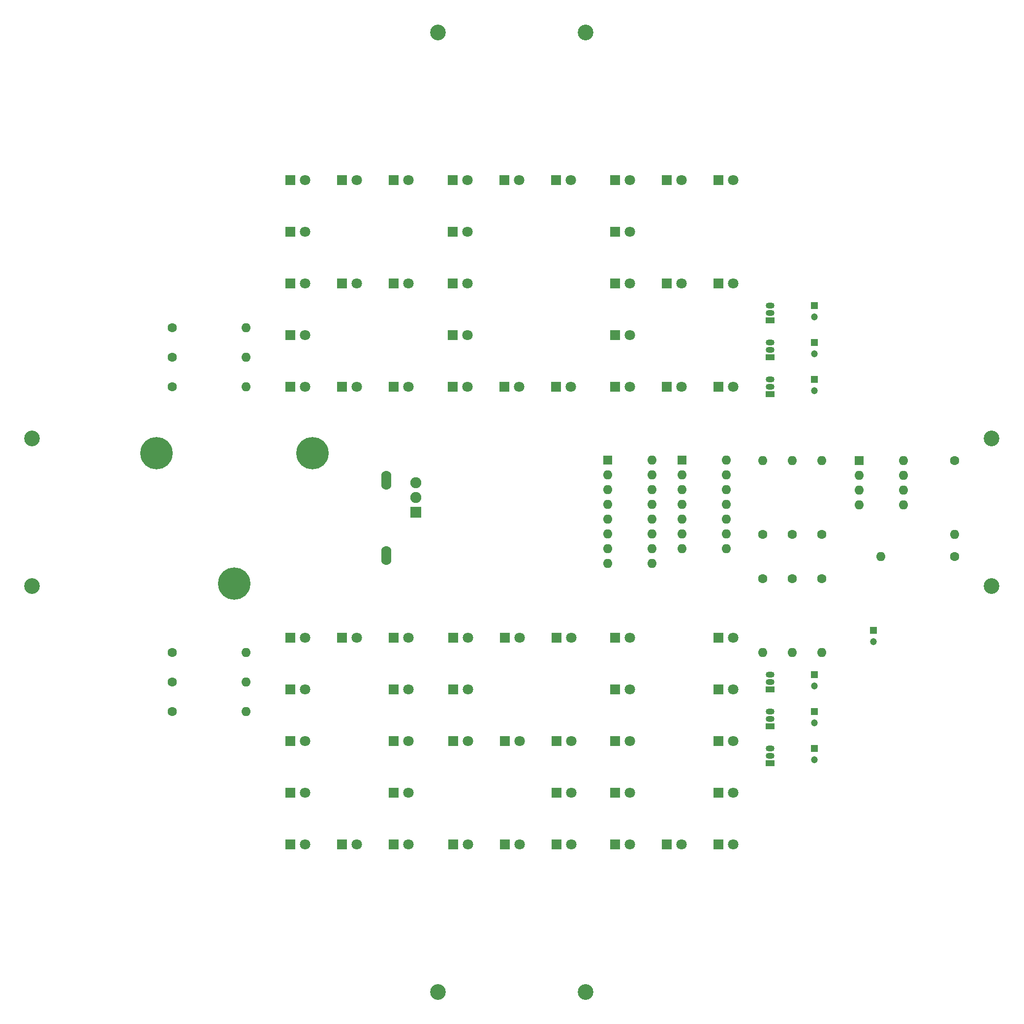
<source format=gbs>
%TF.GenerationSoftware,KiCad,Pcbnew,(6.0.2)*%
%TF.CreationDate,2022-04-07T11:24:37-04:00*%
%TF.ProjectId,Grad_Cap_v2,47726164-5f43-4617-905f-76322e6b6963,v01*%
%TF.SameCoordinates,Original*%
%TF.FileFunction,Soldermask,Bot*%
%TF.FilePolarity,Negative*%
%FSLAX46Y46*%
G04 Gerber Fmt 4.6, Leading zero omitted, Abs format (unit mm)*
G04 Created by KiCad (PCBNEW (6.0.2)) date 2022-04-07 11:24:37*
%MOMM*%
%LPD*%
G01*
G04 APERTURE LIST*
%ADD10R,1.600000X1.600000*%
%ADD11O,1.600000X1.600000*%
%ADD12R,1.800000X1.800000*%
%ADD13C,1.800000*%
%ADD14R,1.200000X1.200000*%
%ADD15C,1.200000*%
%ADD16C,1.600000*%
%ADD17C,2.700000*%
%ADD18R,1.500000X1.050000*%
%ADD19O,1.500000X1.050000*%
%ADD20C,5.570000*%
%ADD21O,1.750000X3.300000*%
%ADD22R,1.900000X1.900000*%
%ADD23C,1.900000*%
G04 APERTURE END LIST*
D10*
%TO.C,U3*%
X181620000Y-85080000D03*
D11*
X181620000Y-87620000D03*
X181620000Y-90160000D03*
X181620000Y-92700000D03*
X181620000Y-95240000D03*
X181620000Y-97780000D03*
X181620000Y-100320000D03*
X189240000Y-100320000D03*
X189240000Y-97780000D03*
X189240000Y-95240000D03*
X189240000Y-92700000D03*
X189240000Y-90160000D03*
X189240000Y-87620000D03*
X189240000Y-85080000D03*
%TD*%
D12*
%TO.C,D30*%
X151130000Y-72390000D03*
D13*
X153670000Y-72390000D03*
%TD*%
D12*
%TO.C,D4*%
X170180000Y-133350000D03*
D13*
X172720000Y-133350000D03*
%TD*%
D12*
%TO.C,D32*%
X170180000Y-36830000D03*
D13*
X172720000Y-36830000D03*
%TD*%
D14*
%TO.C,C7*%
X204470000Y-128270000D03*
D15*
X204470000Y-130270000D03*
%TD*%
D10*
%TO.C,U1*%
X212100000Y-85100000D03*
D11*
X212100000Y-87640000D03*
X212100000Y-90180000D03*
X212100000Y-92720000D03*
X219720000Y-92720000D03*
X219720000Y-90180000D03*
X219720000Y-87640000D03*
X219720000Y-85100000D03*
%TD*%
D12*
%TO.C,D18*%
X187960000Y-124460000D03*
D13*
X190500000Y-124460000D03*
%TD*%
D12*
%TO.C,D20*%
X187960000Y-115570000D03*
D13*
X190500000Y-115570000D03*
%TD*%
D12*
%TO.C,D14*%
X187960000Y-151130000D03*
D13*
X190500000Y-151130000D03*
%TD*%
D12*
%TO.C,D3*%
X114300000Y-36830000D03*
D13*
X116840000Y-36830000D03*
%TD*%
D12*
%TO.C,D47*%
X114300000Y-142240000D03*
D13*
X116840000Y-142240000D03*
%TD*%
D12*
%TO.C,D63*%
X123190000Y-151130000D03*
D13*
X125730000Y-151130000D03*
%TD*%
D14*
%TO.C,C3*%
X204470000Y-71120000D03*
D15*
X204470000Y-73120000D03*
%TD*%
D12*
%TO.C,D5*%
X114300000Y-45720000D03*
D13*
X116840000Y-45720000D03*
%TD*%
D12*
%TO.C,D33*%
X170180000Y-45720000D03*
D13*
X172720000Y-45720000D03*
%TD*%
D14*
%TO.C,C6*%
X204470000Y-134620000D03*
D15*
X204470000Y-136620000D03*
%TD*%
D12*
%TO.C,D25*%
X142240000Y-54610000D03*
D13*
X144780000Y-54610000D03*
%TD*%
D16*
%TO.C,R6*%
X93980000Y-62230000D03*
D11*
X106680000Y-62230000D03*
%TD*%
D14*
%TO.C,C1*%
X214630000Y-114300000D03*
D15*
X214630000Y-116300000D03*
%TD*%
D16*
%TO.C,R13*%
X195580000Y-105410000D03*
D11*
X195580000Y-118110000D03*
%TD*%
D12*
%TO.C,D38*%
X187960000Y-36830000D03*
D13*
X190500000Y-36830000D03*
%TD*%
D17*
%TO.C,REF\u002A\u002A*%
X69850000Y-81280000D03*
%TD*%
D12*
%TO.C,D16*%
X187960000Y-133350000D03*
D13*
X190500000Y-133350000D03*
%TD*%
D17*
%TO.C,REF\u002A\u002A*%
X69850000Y-106680000D03*
%TD*%
D12*
%TO.C,D51*%
X123190000Y-115570000D03*
D13*
X125730000Y-115570000D03*
%TD*%
D17*
%TO.C,REF\u002A\u002A*%
X234950000Y-106680000D03*
%TD*%
D12*
%TO.C,D40*%
X187960000Y-54610000D03*
D13*
X190500000Y-54610000D03*
%TD*%
D16*
%TO.C,R3*%
X228600000Y-85090000D03*
D11*
X228600000Y-97790000D03*
%TD*%
D12*
%TO.C,D24*%
X142240000Y-45720000D03*
D13*
X144780000Y-45720000D03*
%TD*%
D14*
%TO.C,C2*%
X204470000Y-121920000D03*
D15*
X204470000Y-123920000D03*
%TD*%
D14*
%TO.C,C5*%
X204470000Y-58420000D03*
D15*
X204470000Y-60420000D03*
%TD*%
D12*
%TO.C,D28*%
X151130000Y-36830000D03*
D13*
X153670000Y-36830000D03*
%TD*%
D12*
%TO.C,D22*%
X132080000Y-72390000D03*
D13*
X134620000Y-72390000D03*
%TD*%
D12*
%TO.C,D15*%
X132080000Y-36830000D03*
D13*
X134620000Y-36830000D03*
%TD*%
D12*
%TO.C,D1*%
X170180000Y-115570000D03*
D13*
X172720000Y-115570000D03*
%TD*%
D18*
%TO.C,Q1*%
X196850000Y-124460000D03*
D19*
X196850000Y-123190000D03*
X196850000Y-121920000D03*
%TD*%
D12*
%TO.C,D64*%
X151150011Y-151130000D03*
D13*
X153690011Y-151130000D03*
%TD*%
D12*
%TO.C,D50*%
X142260011Y-133350000D03*
D13*
X144800011Y-133350000D03*
%TD*%
D12*
%TO.C,D60*%
X151150011Y-115570000D03*
D13*
X153690011Y-115570000D03*
%TD*%
D12*
%TO.C,D37*%
X179070000Y-36830000D03*
D13*
X181610000Y-36830000D03*
%TD*%
D12*
%TO.C,D61*%
X132080000Y-151130000D03*
D13*
X134620000Y-151130000D03*
%TD*%
D12*
%TO.C,D58*%
X160040011Y-151130000D03*
D13*
X162580011Y-151130000D03*
%TD*%
D12*
%TO.C,D44*%
X114300000Y-124460000D03*
D13*
X116840000Y-124460000D03*
%TD*%
D18*
%TO.C,Q5*%
X196850000Y-137160000D03*
D19*
X196850000Y-135890000D03*
X196850000Y-134620000D03*
%TD*%
D17*
%TO.C,REF\u002A\u002A*%
X165100000Y-11430000D03*
%TD*%
D12*
%TO.C,D21*%
X132080000Y-54610000D03*
D13*
X134620000Y-54610000D03*
%TD*%
D12*
%TO.C,D36*%
X170180000Y-72390000D03*
D13*
X172720000Y-72390000D03*
%TD*%
D12*
%TO.C,D31*%
X160020000Y-72390000D03*
D13*
X162560000Y-72390000D03*
%TD*%
D16*
%TO.C,R10*%
X200660000Y-97790000D03*
D11*
X200660000Y-85090000D03*
%TD*%
D18*
%TO.C,Q2*%
X196850000Y-73660000D03*
D19*
X196850000Y-72390000D03*
X196850000Y-71120000D03*
%TD*%
D12*
%TO.C,D35*%
X170180000Y-63500000D03*
D13*
X172720000Y-63500000D03*
%TD*%
D12*
%TO.C,D29*%
X160020000Y-36830000D03*
D13*
X162560000Y-36830000D03*
%TD*%
D12*
%TO.C,D52*%
X151150011Y-133350000D03*
D13*
X153690011Y-133350000D03*
%TD*%
D17*
%TO.C,REF\u002A\u002A*%
X234950000Y-81280000D03*
%TD*%
D16*
%TO.C,R2*%
X93980000Y-72390000D03*
D11*
X106680000Y-72390000D03*
%TD*%
D17*
%TO.C,REF\u002A\u002A*%
X139700000Y-11430000D03*
%TD*%
D12*
%TO.C,D42*%
X114300000Y-115570000D03*
D13*
X116840000Y-115570000D03*
%TD*%
D12*
%TO.C,D8*%
X170180000Y-142240000D03*
D13*
X172720000Y-142240000D03*
%TD*%
D12*
%TO.C,D10*%
X170180000Y-151130000D03*
D13*
X172720000Y-151130000D03*
%TD*%
D12*
%TO.C,D7*%
X114300000Y-54610000D03*
D13*
X116840000Y-54610000D03*
%TD*%
D12*
%TO.C,D53*%
X132080000Y-115570000D03*
D13*
X134620000Y-115570000D03*
%TD*%
D12*
%TO.C,D56*%
X160040011Y-142240000D03*
D13*
X162580011Y-142240000D03*
%TD*%
D12*
%TO.C,D65*%
X142260011Y-151130000D03*
D13*
X144800011Y-151130000D03*
%TD*%
D16*
%TO.C,R4*%
X228600000Y-101600000D03*
D11*
X215900000Y-101600000D03*
%TD*%
D12*
%TO.C,D46*%
X142260011Y-115570000D03*
D13*
X144800011Y-115570000D03*
%TD*%
D12*
%TO.C,D54*%
X160040011Y-133350000D03*
D13*
X162580011Y-133350000D03*
%TD*%
D12*
%TO.C,D41*%
X179070000Y-72390000D03*
D13*
X181610000Y-72390000D03*
%TD*%
D12*
%TO.C,D43*%
X187960000Y-72390000D03*
D13*
X190500000Y-72390000D03*
%TD*%
D17*
%TO.C,REF\u002A\u002A*%
X165100000Y-176530000D03*
%TD*%
D16*
%TO.C,R1*%
X93980000Y-118110000D03*
D11*
X106680000Y-118110000D03*
%TD*%
D18*
%TO.C,Q4*%
X196850000Y-60960000D03*
D19*
X196850000Y-59690000D03*
X196850000Y-58420000D03*
%TD*%
D12*
%TO.C,D23*%
X142240000Y-36830000D03*
D13*
X144780000Y-36830000D03*
%TD*%
D20*
%TO.C,BAT1*%
X104620000Y-106320000D03*
X118110000Y-83820000D03*
X91240000Y-83820000D03*
D21*
X130730000Y-101510000D03*
X130730000Y-88560000D03*
%TD*%
D12*
%TO.C,D19*%
X123190000Y-54610000D03*
D13*
X125730000Y-54610000D03*
%TD*%
D22*
%TO.C,S1*%
X135890000Y-93980000D03*
D23*
X135890000Y-91480000D03*
X135890000Y-88980000D03*
%TD*%
D12*
%TO.C,D13*%
X123190000Y-72390000D03*
D13*
X125730000Y-72390000D03*
%TD*%
D12*
%TO.C,D12*%
X179070000Y-151130000D03*
D13*
X181610000Y-151130000D03*
%TD*%
D12*
%TO.C,D11*%
X114300000Y-72390000D03*
D13*
X116840000Y-72390000D03*
%TD*%
D12*
%TO.C,D6*%
X187960000Y-142240000D03*
D13*
X190500000Y-142240000D03*
%TD*%
D12*
%TO.C,D59*%
X132080000Y-142240000D03*
D13*
X134620000Y-142240000D03*
%TD*%
D14*
%TO.C,C4*%
X204470000Y-64770000D03*
D15*
X204470000Y-66770000D03*
%TD*%
D12*
%TO.C,D26*%
X142240000Y-63500000D03*
D13*
X144780000Y-63500000D03*
%TD*%
D10*
%TO.C,U2*%
X168910000Y-85080000D03*
D11*
X168910000Y-87620000D03*
X168910000Y-90160000D03*
X168910000Y-92700000D03*
X168910000Y-95240000D03*
X168910000Y-97780000D03*
X168910000Y-100320000D03*
X168910000Y-102860000D03*
X176530000Y-102860000D03*
X176530000Y-100320000D03*
X176530000Y-97780000D03*
X176530000Y-95240000D03*
X176530000Y-92700000D03*
X176530000Y-90160000D03*
X176530000Y-87620000D03*
X176530000Y-85080000D03*
%TD*%
D12*
%TO.C,D62*%
X160040011Y-115570000D03*
D13*
X162580011Y-115570000D03*
%TD*%
D12*
%TO.C,D34*%
X170180000Y-54610000D03*
D13*
X172720000Y-54610000D03*
%TD*%
D12*
%TO.C,D17*%
X123190000Y-36830000D03*
D13*
X125730000Y-36830000D03*
%TD*%
D16*
%TO.C,R12*%
X195580000Y-97790000D03*
D11*
X195580000Y-85090000D03*
%TD*%
D16*
%TO.C,R7*%
X93980000Y-128270000D03*
D11*
X106680000Y-128270000D03*
%TD*%
D18*
%TO.C,Q3*%
X196850000Y-67310000D03*
D19*
X196850000Y-66040000D03*
X196850000Y-64770000D03*
%TD*%
D12*
%TO.C,D45*%
X114300000Y-133350000D03*
D13*
X116840000Y-133350000D03*
%TD*%
D16*
%TO.C,R5*%
X93980000Y-67310000D03*
D11*
X106680000Y-67310000D03*
%TD*%
D16*
%TO.C,R14*%
X200660000Y-105410000D03*
D11*
X200660000Y-118110000D03*
%TD*%
D16*
%TO.C,R9*%
X205740000Y-105410000D03*
D11*
X205740000Y-118110000D03*
%TD*%
D12*
%TO.C,D2*%
X170180000Y-124460000D03*
D13*
X172720000Y-124460000D03*
%TD*%
D12*
%TO.C,D27*%
X142240000Y-72390000D03*
D13*
X144780000Y-72390000D03*
%TD*%
D16*
%TO.C,R11*%
X205740000Y-97790000D03*
D11*
X205740000Y-85090000D03*
%TD*%
D16*
%TO.C,R8*%
X93980000Y-123190000D03*
D11*
X106680000Y-123190000D03*
%TD*%
D12*
%TO.C,D39*%
X179070000Y-54610000D03*
D13*
X181610000Y-54610000D03*
%TD*%
D12*
%TO.C,D49*%
X114300000Y-151130000D03*
D13*
X116840000Y-151130000D03*
%TD*%
D17*
%TO.C,REF\u002A\u002A*%
X139700000Y-176530000D03*
%TD*%
D12*
%TO.C,D48*%
X142260011Y-124460000D03*
D13*
X144800011Y-124460000D03*
%TD*%
D12*
%TO.C,D57*%
X132080000Y-133350000D03*
D13*
X134620000Y-133350000D03*
%TD*%
D18*
%TO.C,Q6*%
X196850000Y-130810000D03*
D19*
X196850000Y-129540000D03*
X196850000Y-128270000D03*
%TD*%
D12*
%TO.C,D9*%
X114300000Y-63500000D03*
D13*
X116840000Y-63500000D03*
%TD*%
D12*
%TO.C,D55*%
X132080000Y-124460000D03*
D13*
X134620000Y-124460000D03*
%TD*%
M02*

</source>
